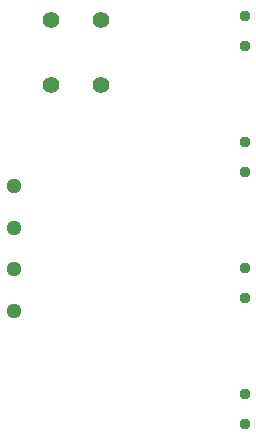
<source format=gbr>
%FSTAX23Y23*%
%MOIN*%
%SFA1B1*%

%IPPOS*%
%ADD18C,0.037401*%
%ADD19C,0.055118*%
%ADD20C,0.051000*%
%LNlimitswitch_pcb_pth_drill-1*%
%LPD*%
G54D18*
X0218Y03795D03*
Y03695D03*
Y04215D03*
Y04115D03*
Y04635D03*
Y04535D03*
Y03275D03*
Y03375D03*
G54D19*
X01534Y04405D03*
Y04621D03*
X017D03*
Y04405D03*
G54D20*
X0141Y03653D03*
Y03791D03*
Y04067D03*
Y03929D03*
M02*
</source>
